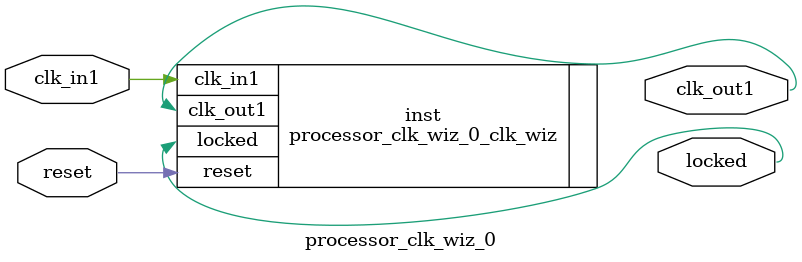
<source format=v>


`timescale 1ps/1ps

(* CORE_GENERATION_INFO = "processor_clk_wiz_0,clk_wiz_v6_0_11_0_0,{component_name=processor_clk_wiz_0,use_phase_alignment=true,use_min_o_jitter=false,use_max_i_jitter=false,use_dyn_phase_shift=false,use_inclk_switchover=false,use_dyn_reconfig=false,enable_axi=0,feedback_source=FDBK_AUTO,PRIMITIVE=MMCM,num_out_clk=1,clkin1_period=10.000,clkin2_period=10.000,use_power_down=false,use_reset=true,use_locked=true,use_inclk_stopped=false,feedback_type=SINGLE,CLOCK_MGR_TYPE=NA,manual_override=false}" *)

module processor_clk_wiz_0 
 (
  // Clock out ports
  output        clk_out1,
  // Status and control signals
  input         reset,
  output        locked,
 // Clock in ports
  input         clk_in1
 );

  processor_clk_wiz_0_clk_wiz inst
  (
  // Clock out ports  
  .clk_out1(clk_out1),
  // Status and control signals               
  .reset(reset), 
  .locked(locked),
 // Clock in ports
  .clk_in1(clk_in1)
  );

endmodule

</source>
